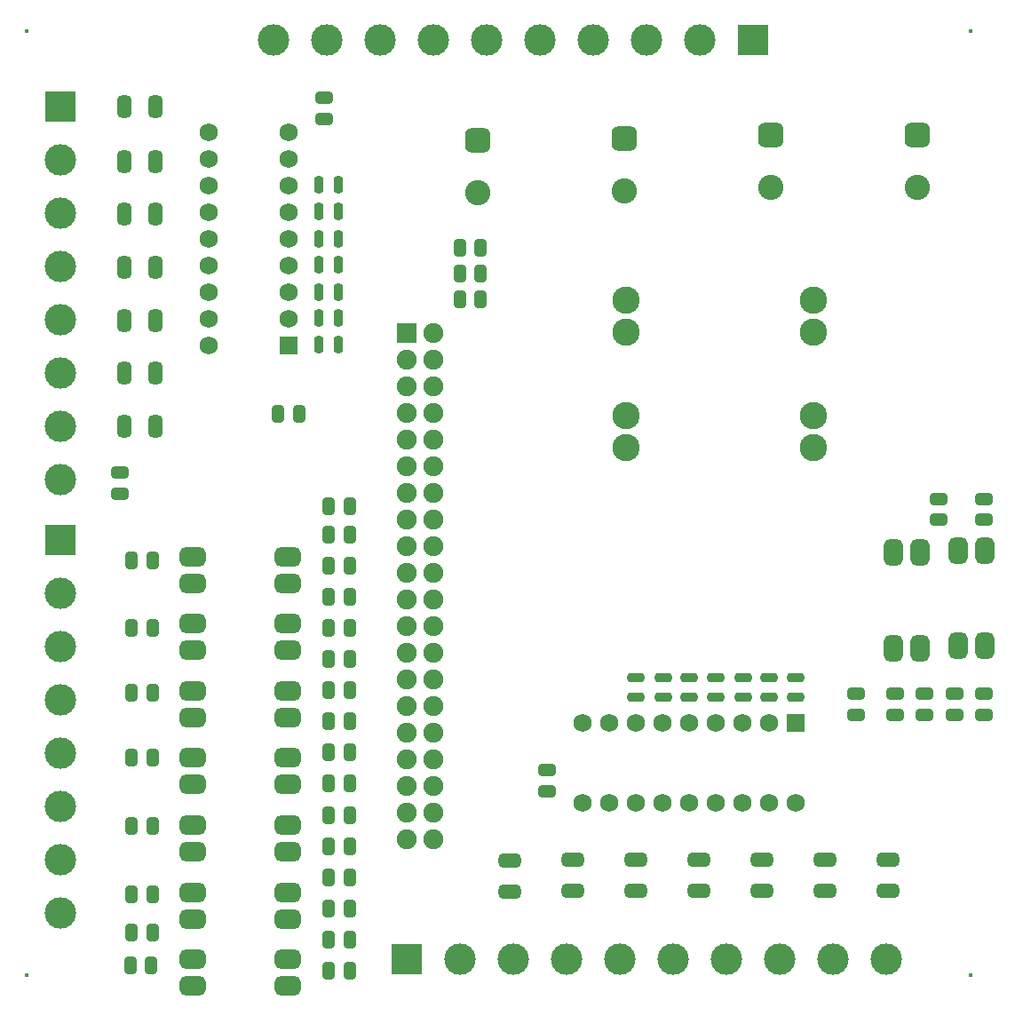
<source format=gts>
G04 Layer_Color=8388736*
%FSLAX44Y44*%
%MOMM*%
G71*
G01*
G75*
G04:AMPARAMS|DCode=43|XSize=0.9064mm|YSize=1.6564mm|CornerRadius=0.3282mm|HoleSize=0mm|Usage=FLASHONLY|Rotation=270.000|XOffset=0mm|YOffset=0mm|HoleType=Round|Shape=RoundedRectangle|*
%AMROUNDEDRECTD43*
21,1,0.9064,1.0000,0,0,270.0*
21,1,0.2500,1.6564,0,0,270.0*
1,1,0.6564,-0.5000,-0.1250*
1,1,0.6564,-0.5000,0.1250*
1,1,0.6564,0.5000,0.1250*
1,1,0.6564,0.5000,-0.1250*
%
%ADD43ROUNDEDRECTD43*%
G04:AMPARAMS|DCode=44|XSize=0.9064mm|YSize=1.6564mm|CornerRadius=0.3282mm|HoleSize=0mm|Usage=FLASHONLY|Rotation=180.000|XOffset=0mm|YOffset=0mm|HoleType=Round|Shape=RoundedRectangle|*
%AMROUNDEDRECTD44*
21,1,0.9064,1.0000,0,0,180.0*
21,1,0.2500,1.6564,0,0,180.0*
1,1,0.6564,-0.1250,0.5000*
1,1,0.6564,0.1250,0.5000*
1,1,0.6564,0.1250,-0.5000*
1,1,0.6564,-0.1250,-0.5000*
%
%ADD44ROUNDEDRECTD44*%
G04:AMPARAMS|DCode=45|XSize=1.2064mm|YSize=1.7064mm|CornerRadius=0.4032mm|HoleSize=0mm|Usage=FLASHONLY|Rotation=90.000|XOffset=0mm|YOffset=0mm|HoleType=Round|Shape=RoundedRectangle|*
%AMROUNDEDRECTD45*
21,1,1.2064,0.9000,0,0,90.0*
21,1,0.4000,1.7064,0,0,90.0*
1,1,0.8064,0.4500,0.2000*
1,1,0.8064,0.4500,-0.2000*
1,1,0.8064,-0.4500,-0.2000*
1,1,0.8064,-0.4500,0.2000*
%
%ADD45ROUNDEDRECTD45*%
G04:AMPARAMS|DCode=46|XSize=1.2064mm|YSize=1.7064mm|CornerRadius=0.4032mm|HoleSize=0mm|Usage=FLASHONLY|Rotation=180.000|XOffset=0mm|YOffset=0mm|HoleType=Round|Shape=RoundedRectangle|*
%AMROUNDEDRECTD46*
21,1,1.2064,0.9000,0,0,180.0*
21,1,0.4000,1.7064,0,0,180.0*
1,1,0.8064,-0.2000,0.4500*
1,1,0.8064,0.2000,0.4500*
1,1,0.8064,0.2000,-0.4500*
1,1,0.8064,-0.2000,-0.4500*
%
%ADD46ROUNDEDRECTD46*%
G04:AMPARAMS|DCode=47|XSize=1.8464mm|YSize=2.4964mm|CornerRadius=0.5632mm|HoleSize=0mm|Usage=FLASHONLY|Rotation=0.000|XOffset=0mm|YOffset=0mm|HoleType=Round|Shape=RoundedRectangle|*
%AMROUNDEDRECTD47*
21,1,1.8464,1.3700,0,0,0.0*
21,1,0.7200,2.4964,0,0,0.0*
1,1,1.1264,0.3600,-0.6850*
1,1,1.1264,-0.3600,-0.6850*
1,1,1.1264,-0.3600,0.6850*
1,1,1.1264,0.3600,0.6850*
%
%ADD47ROUNDEDRECTD47*%
G04:AMPARAMS|DCode=48|XSize=1.8464mm|YSize=2.4964mm|CornerRadius=0.5632mm|HoleSize=0mm|Usage=FLASHONLY|Rotation=90.000|XOffset=0mm|YOffset=0mm|HoleType=Round|Shape=RoundedRectangle|*
%AMROUNDEDRECTD48*
21,1,1.8464,1.3700,0,0,90.0*
21,1,0.7200,2.4964,0,0,90.0*
1,1,1.1264,0.6850,0.3600*
1,1,1.1264,0.6850,-0.3600*
1,1,1.1264,-0.6850,-0.3600*
1,1,1.1264,-0.6850,0.3600*
%
%ADD48ROUNDEDRECTD48*%
G04:AMPARAMS|DCode=49|XSize=1.4064mm|YSize=2.1364mm|CornerRadius=0.4532mm|HoleSize=0mm|Usage=FLASHONLY|Rotation=270.000|XOffset=0mm|YOffset=0mm|HoleType=Round|Shape=RoundedRectangle|*
%AMROUNDEDRECTD49*
21,1,1.4064,1.2300,0,0,270.0*
21,1,0.5000,2.1364,0,0,270.0*
1,1,0.9064,-0.6150,-0.2500*
1,1,0.9064,-0.6150,0.2500*
1,1,0.9064,0.6150,0.2500*
1,1,0.9064,0.6150,-0.2500*
%
%ADD49ROUNDEDRECTD49*%
G04:AMPARAMS|DCode=50|XSize=1.4064mm|YSize=2.1364mm|CornerRadius=0.4532mm|HoleSize=0mm|Usage=FLASHONLY|Rotation=0.000|XOffset=0mm|YOffset=0mm|HoleType=Round|Shape=RoundedRectangle|*
%AMROUNDEDRECTD50*
21,1,1.4064,1.2300,0,0,0.0*
21,1,0.5000,2.1364,0,0,0.0*
1,1,0.9064,0.2500,-0.6150*
1,1,0.9064,-0.2500,-0.6150*
1,1,0.9064,-0.2500,0.6150*
1,1,0.9064,0.2500,0.6150*
%
%ADD50ROUNDEDRECTD50*%
%ADD51C,1.9003*%
%ADD52R,1.9003X1.9003*%
%ADD53R,2.9997X2.9997*%
%ADD54C,2.9997*%
%ADD55R,2.9997X2.9997*%
%ADD56C,2.6064*%
%ADD57C,0.4064*%
%ADD58R,1.7492X1.7492*%
%ADD59C,1.7492*%
G04:AMPARAMS|DCode=60|XSize=2.4064mm|YSize=2.4064mm|CornerRadius=0.7032mm|HoleSize=0mm|Usage=FLASHONLY|Rotation=270.000|XOffset=0mm|YOffset=0mm|HoleType=Round|Shape=RoundedRectangle|*
%AMROUNDEDRECTD60*
21,1,2.4064,1.0000,0,0,270.0*
21,1,1.0000,2.4064,0,0,270.0*
1,1,1.4064,-0.5000,-0.5000*
1,1,1.4064,-0.5000,0.5000*
1,1,1.4064,0.5000,0.5000*
1,1,1.4064,0.5000,-0.5000*
%
%ADD60ROUNDEDRECTD60*%
%ADD61C,2.4064*%
%ADD62R,1.7492X1.7492*%
D43*
X783000Y315000D02*
D03*
Y333000D02*
D03*
X758000Y315000D02*
D03*
Y333000D02*
D03*
X733000Y315000D02*
D03*
Y333000D02*
D03*
X707000Y315000D02*
D03*
Y333000D02*
D03*
X682000Y315000D02*
D03*
Y333000D02*
D03*
X657000Y315000D02*
D03*
Y333000D02*
D03*
X631000Y315000D02*
D03*
Y333000D02*
D03*
D44*
X329000Y651000D02*
D03*
X347000D02*
D03*
X329000Y676000D02*
D03*
X347000D02*
D03*
X329000Y701000D02*
D03*
X347000D02*
D03*
X329000Y727000D02*
D03*
X347000D02*
D03*
X329000Y752000D02*
D03*
X347000D02*
D03*
X329000Y778000D02*
D03*
X347000D02*
D03*
X329000Y803000D02*
D03*
X347000D02*
D03*
D45*
X934500Y318000D02*
D03*
Y298000D02*
D03*
X963000Y318000D02*
D03*
Y298000D02*
D03*
X878000Y318000D02*
D03*
Y298000D02*
D03*
X334000Y886000D02*
D03*
Y866000D02*
D03*
X906500Y298000D02*
D03*
Y318000D02*
D03*
X841000D02*
D03*
Y298000D02*
D03*
X920000Y504000D02*
D03*
Y484000D02*
D03*
X963000Y504000D02*
D03*
Y484000D02*
D03*
X546000Y245000D02*
D03*
Y225000D02*
D03*
X139000Y529000D02*
D03*
Y509000D02*
D03*
D46*
X463000Y719000D02*
D03*
X483000D02*
D03*
X463000Y743000D02*
D03*
X483000D02*
D03*
X463000Y694000D02*
D03*
X483000D02*
D03*
X358000Y497000D02*
D03*
X338000D02*
D03*
X338000Y470000D02*
D03*
X358000D02*
D03*
Y440285D02*
D03*
X338000D02*
D03*
Y410571D02*
D03*
X358000D02*
D03*
X338000Y54000D02*
D03*
X358000D02*
D03*
X338000Y83714D02*
D03*
X358000D02*
D03*
Y113428D02*
D03*
X338000D02*
D03*
Y143143D02*
D03*
X358000D02*
D03*
X338000Y172857D02*
D03*
X358000D02*
D03*
Y202571D02*
D03*
X338000D02*
D03*
X358000Y232286D02*
D03*
X338000D02*
D03*
Y262000D02*
D03*
X358000D02*
D03*
X338000Y291714D02*
D03*
X358000D02*
D03*
Y321428D02*
D03*
X338000D02*
D03*
X358028Y350893D02*
D03*
X338028D02*
D03*
X358000Y380857D02*
D03*
X338000D02*
D03*
X149000Y59000D02*
D03*
X169000D02*
D03*
X150000Y90000D02*
D03*
X170000D02*
D03*
Y127000D02*
D03*
X150000D02*
D03*
Y191850D02*
D03*
X170000D02*
D03*
Y257000D02*
D03*
X150000D02*
D03*
Y318850D02*
D03*
X170000D02*
D03*
Y381000D02*
D03*
X150000D02*
D03*
X170000Y445000D02*
D03*
X150000D02*
D03*
X310000Y585000D02*
D03*
X290000D02*
D03*
D47*
X901700Y452400D02*
D03*
X876300D02*
D03*
Y361600D02*
D03*
X901700D02*
D03*
X963700Y454400D02*
D03*
X938300D02*
D03*
Y363600D02*
D03*
X963700D02*
D03*
D48*
X208600Y448781D02*
D03*
Y423381D02*
D03*
X299400D02*
D03*
Y448781D02*
D03*
X208600Y384792D02*
D03*
Y359392D02*
D03*
X299400D02*
D03*
Y384792D02*
D03*
X208600Y320804D02*
D03*
Y295404D02*
D03*
X299400D02*
D03*
Y320804D02*
D03*
X208600Y256815D02*
D03*
Y231415D02*
D03*
X299400D02*
D03*
Y256815D02*
D03*
X208600Y192827D02*
D03*
Y167427D02*
D03*
X299400D02*
D03*
Y192827D02*
D03*
X208600Y128839D02*
D03*
Y103439D02*
D03*
X299400D02*
D03*
Y128839D02*
D03*
X208600Y64850D02*
D03*
Y39450D02*
D03*
X299400D02*
D03*
Y64850D02*
D03*
D49*
X511000Y129000D02*
D03*
Y159000D02*
D03*
X571000Y160000D02*
D03*
Y130000D02*
D03*
X631000Y160000D02*
D03*
Y130000D02*
D03*
X691000D02*
D03*
Y160000D02*
D03*
X751000D02*
D03*
Y130000D02*
D03*
X811000D02*
D03*
Y160000D02*
D03*
X871000D02*
D03*
Y130000D02*
D03*
D50*
X173000Y573000D02*
D03*
X143000D02*
D03*
X173000Y623500D02*
D03*
X143000D02*
D03*
Y674000D02*
D03*
X173000D02*
D03*
Y724500D02*
D03*
X143000D02*
D03*
Y775000D02*
D03*
X173000D02*
D03*
Y825500D02*
D03*
X143000D02*
D03*
Y878000D02*
D03*
X173000D02*
D03*
D51*
X438150Y179150D02*
D03*
X412750D02*
D03*
X438150Y204550D02*
D03*
X412750D02*
D03*
X438150Y229950D02*
D03*
X412750D02*
D03*
X438150Y255350D02*
D03*
X412750D02*
D03*
X438150Y280750D02*
D03*
X412750D02*
D03*
X438150Y306150D02*
D03*
X412750D02*
D03*
X438150Y331550D02*
D03*
X412750D02*
D03*
X438150Y356950D02*
D03*
X412750D02*
D03*
X438150Y382350D02*
D03*
X412750D02*
D03*
X438150Y407750D02*
D03*
X412750D02*
D03*
X438150Y433150D02*
D03*
X412750D02*
D03*
X438150Y458550D02*
D03*
X412750D02*
D03*
X438150Y483950D02*
D03*
X412750D02*
D03*
X438150Y509350D02*
D03*
X412750D02*
D03*
X438150Y534750D02*
D03*
X412750D02*
D03*
X438150Y560150D02*
D03*
X412750D02*
D03*
X438150Y585550D02*
D03*
X412750D02*
D03*
X438150Y610950D02*
D03*
X412750D02*
D03*
X438150Y636350D02*
D03*
X412750D02*
D03*
X438150Y661750D02*
D03*
D52*
X412750D02*
D03*
D53*
X742950Y941150D02*
D03*
X412750Y64850D02*
D03*
D54*
X692150Y941150D02*
D03*
X641350D02*
D03*
X590550D02*
D03*
X539750D02*
D03*
X488950D02*
D03*
X438150D02*
D03*
X387350D02*
D03*
X336550D02*
D03*
X285750D02*
D03*
X869950Y64850D02*
D03*
X819150D02*
D03*
X768350D02*
D03*
X717550D02*
D03*
X666750D02*
D03*
X615950D02*
D03*
X565150D02*
D03*
X514350D02*
D03*
X463550D02*
D03*
X82550Y414100D02*
D03*
Y363300D02*
D03*
Y312500D02*
D03*
Y261700D02*
D03*
Y210900D02*
D03*
Y160100D02*
D03*
Y109300D02*
D03*
Y522050D02*
D03*
Y572850D02*
D03*
Y623650D02*
D03*
Y674450D02*
D03*
Y725250D02*
D03*
Y776050D02*
D03*
Y826850D02*
D03*
D55*
Y464900D02*
D03*
Y877650D02*
D03*
D56*
X622000Y693000D02*
D03*
Y663000D02*
D03*
Y583000D02*
D03*
Y553000D02*
D03*
X800000Y583000D02*
D03*
Y553000D02*
D03*
Y663000D02*
D03*
Y693000D02*
D03*
D57*
X950000Y50000D02*
D03*
X50000D02*
D03*
Y950000D02*
D03*
X950000D02*
D03*
D58*
X300100Y650400D02*
D03*
D59*
Y675800D02*
D03*
Y701200D02*
D03*
Y726600D02*
D03*
Y752000D02*
D03*
Y777400D02*
D03*
Y802800D02*
D03*
Y828200D02*
D03*
Y853600D02*
D03*
X223900D02*
D03*
Y828200D02*
D03*
Y802800D02*
D03*
Y777400D02*
D03*
Y752000D02*
D03*
Y726600D02*
D03*
Y701200D02*
D03*
Y675800D02*
D03*
Y650400D02*
D03*
X783600Y213900D02*
D03*
X758200D02*
D03*
X732800D02*
D03*
X707400D02*
D03*
X682000D02*
D03*
X656600D02*
D03*
X631200D02*
D03*
X605800D02*
D03*
X580400D02*
D03*
Y290100D02*
D03*
X605800D02*
D03*
X631200D02*
D03*
X656600D02*
D03*
X682000D02*
D03*
X707400D02*
D03*
X732800D02*
D03*
X758200D02*
D03*
D60*
X480000Y846000D02*
D03*
X620000Y847000D02*
D03*
X760000Y851000D02*
D03*
X899000D02*
D03*
D61*
X480000Y796000D02*
D03*
X620000Y797000D02*
D03*
X760000Y801000D02*
D03*
X899000D02*
D03*
D62*
X783600Y290100D02*
D03*
M02*

</source>
